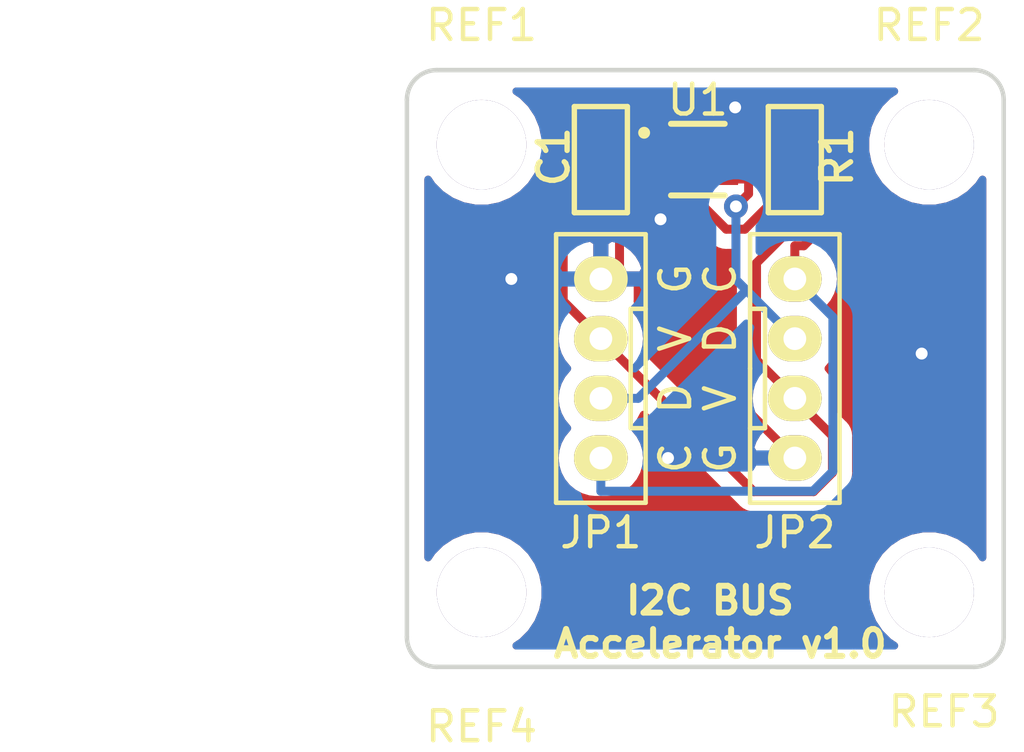
<source format=kicad_pcb>
(kicad_pcb (version 20171130) (host pcbnew "(5.1.2)-1")

  (general
    (thickness 1.6)
    (drawings 10)
    (tracks 80)
    (zones 0)
    (modules 9)
    (nets 6)
  )

  (page A4)
  (title_block
    (title "I2C BUS Accelerator")
    (date 2021-08-30)
    (rev v1.0)
    (company Crescent)
  )

  (layers
    (0 F.Cu signal)
    (31 B.Cu signal)
    (32 B.Adhes user)
    (33 F.Adhes user)
    (34 B.Paste user)
    (35 F.Paste user)
    (36 B.SilkS user)
    (37 F.SilkS user)
    (38 B.Mask user)
    (39 F.Mask user)
    (40 Dwgs.User user)
    (41 Cmts.User user)
    (42 Eco1.User user)
    (43 Eco2.User user)
    (44 Edge.Cuts user)
    (45 Margin user)
    (46 B.CrtYd user)
    (47 F.CrtYd user)
    (48 B.Fab user)
    (49 F.Fab user)
  )

  (setup
    (last_trace_width 0.3)
    (trace_clearance 0.2)
    (zone_clearance 0.508)
    (zone_45_only no)
    (trace_min 0.2)
    (via_size 0.8)
    (via_drill 0.4)
    (via_min_size 0.8)
    (via_min_drill 0.3)
    (uvia_size 0.3)
    (uvia_drill 0.1)
    (uvias_allowed no)
    (uvia_min_size 0.2)
    (uvia_min_drill 0.1)
    (edge_width 0.15)
    (segment_width 0.2)
    (pcb_text_width 0.3)
    (pcb_text_size 1.5 1.5)
    (mod_edge_width 0.15)
    (mod_text_size 1 1)
    (mod_text_width 0.15)
    (pad_size 1.524 1.524)
    (pad_drill 0.762)
    (pad_to_mask_clearance 0.2)
    (aux_axis_origin 0 0)
    (visible_elements 7FFFFF7F)
    (pcbplotparams
      (layerselection 0x010fc_ffffffff)
      (usegerberextensions true)
      (usegerberattributes false)
      (usegerberadvancedattributes false)
      (creategerberjobfile false)
      (excludeedgelayer true)
      (linewidth 0.050000)
      (plotframeref false)
      (viasonmask false)
      (mode 1)
      (useauxorigin false)
      (hpglpennumber 1)
      (hpglpenspeed 20)
      (hpglpendiameter 15.000000)
      (psnegative false)
      (psa4output false)
      (plotreference true)
      (plotvalue true)
      (plotinvisibletext false)
      (padsonsilk false)
      (subtractmaskfromsilk false)
      (outputformat 1)
      (mirror false)
      (drillshape 0)
      (scaleselection 1)
      (outputdirectory "GERBER/"))
  )

  (net 0 "")
  (net 1 /3.3V)
  (net 2 /GND)
  (net 3 /SCL0)
  (net 4 /SDA0)
  (net 5 "Net-(R1-Pad2)")

  (net_class Default "これは標準のネット クラスです。"
    (clearance 0.2)
    (trace_width 0.3)
    (via_dia 0.8)
    (via_drill 0.4)
    (uvia_dia 0.3)
    (uvia_drill 0.1)
    (add_net /3.3V)
    (add_net /GND)
    (add_net /SCL0)
    (add_net /SDA0)
    (add_net "Net-(R1-Pad2)")
  )

  (module Mounting_Holes:MountingHole_3mm (layer F.Cu) (tedit 5AE974ED) (tstamp 5AEB1828)
    (at 181.5 117.5)
    (descr "Mounting hole, Befestigungsbohrung, 3mm, No Annular, Kein Restring,")
    (tags "Mounting hole, Befestigungsbohrung, 3mm, No Annular, Kein Restring,")
    (fp_text reference REF4 (at 0 4.5) (layer F.SilkS)
      (effects (font (size 1 1) (thickness 0.15)))
    )
    (fp_text value MountingHole_3mm (at 1.00076 5.00126) (layer F.Fab) hide
      (effects (font (size 1 1) (thickness 0.15)))
    )
    (fp_circle (center 0 0) (end 3 0) (layer Cmts.User) (width 0.381))
    (pad 1 thru_hole circle (at 0 0) (size 3 3) (drill 3) (layers))
  )

  (module Mounting_Holes:MountingHole_3mm (layer F.Cu) (tedit 5AE974EA) (tstamp 5AEB1823)
    (at 196.5 117.5)
    (descr "Mounting hole, Befestigungsbohrung, 3mm, No Annular, Kein Restring,")
    (tags "Mounting hole, Befestigungsbohrung, 3mm, No Annular, Kein Restring,")
    (fp_text reference REF3 (at 0.5 4) (layer F.SilkS)
      (effects (font (size 1 1) (thickness 0.15)))
    )
    (fp_text value MountingHole_3mm (at 1.00076 5.00126) (layer F.Fab) hide
      (effects (font (size 1 1) (thickness 0.15)))
    )
    (fp_circle (center 0 0) (end 3 0) (layer Cmts.User) (width 0.381))
    (pad 1 thru_hole circle (at 0 0) (size 3 3) (drill 3) (layers))
  )

  (module Mounting_Holes:MountingHole_3mm (layer F.Cu) (tedit 5AE974F2) (tstamp 5AEB181E)
    (at 196.5 102.5)
    (descr "Mounting hole, Befestigungsbohrung, 3mm, No Annular, Kein Restring,")
    (tags "Mounting hole, Befestigungsbohrung, 3mm, No Annular, Kein Restring,")
    (fp_text reference REF2 (at 0 -4.0005) (layer F.SilkS)
      (effects (font (size 1 1) (thickness 0.15)))
    )
    (fp_text value MountingHole_3mm (at 1.00076 5.00126) (layer F.Fab) hide
      (effects (font (size 1 1) (thickness 0.15)))
    )
    (fp_circle (center 0 0) (end 3 0) (layer Cmts.User) (width 0.381))
    (pad 1 thru_hole circle (at 0 0) (size 3 3) (drill 3) (layers))
  )

  (module smt:C-0603 (layer F.Cu) (tedit 5AE9745C) (tstamp 5AD52010)
    (at 185.5 103 270)
    (descr "0603 (1608 metric)")
    (tags "smt 0603")
    (path /5AD4C6F4)
    (attr smd)
    (fp_text reference C1 (at 1 1 270) (layer F.SilkS)
      (effects (font (size 1 1) (thickness 0.18)) (justify left bottom))
    )
    (fp_text value 0.1u (at 0 2.032 270) (layer F.SilkS) hide
      (effects (font (size 1 1) (thickness 0.18)))
    )
    (fp_line (start -0.762 -0.381) (end 0.762 -0.381) (layer Dwgs.User) (width 0.05))
    (fp_line (start 0.762 -0.381) (end 0.762 0.381) (layer Dwgs.User) (width 0.05))
    (fp_line (start 0.762 0.381) (end -0.762 0.381) (layer Dwgs.User) (width 0.05))
    (fp_line (start -0.762 0.381) (end -0.762 -0.381) (layer Dwgs.User) (width 0.05))
    (fp_line (start -1.778 -0.889) (end 1.778 -0.889) (layer F.CrtYd) (width 0.05))
    (fp_line (start 1.778 -0.889) (end 1.778 0.889) (layer F.CrtYd) (width 0.05))
    (fp_line (start 1.778 0.889) (end -1.778 0.889) (layer F.CrtYd) (width 0.05))
    (fp_line (start -1.778 0.889) (end -1.778 -0.889) (layer F.CrtYd) (width 0.05))
    (fp_line (start -1.778 -0.889) (end 1.778 -0.889) (layer F.SilkS) (width 0.18))
    (fp_line (start 1.778 -0.889) (end 1.778 0.889) (layer F.SilkS) (width 0.18))
    (fp_line (start 1.778 0.889) (end -1.778 0.889) (layer F.SilkS) (width 0.18))
    (fp_line (start -1.778 0.889) (end -1.778 -0.889) (layer F.SilkS) (width 0.18))
    (pad 1 smd rect (at -0.85 0 270) (size 1.1 1) (layers F.Cu F.Paste F.Mask)
      (net 1 /3.3V))
    (pad 2 smd rect (at 0.85 0 270) (size 1.1 1) (layers F.Cu F.Paste F.Mask)
      (net 2 /GND))
    (model smt.pretty/C-0603.wrl
      (at (xyz 0 0 0))
      (scale (xyz 1 1 0.8))
      (rotate (xyz 0 0 0))
    )
  )

  (module GroveCon:GROVE (layer F.Cu) (tedit 5AE973E8) (tstamp 5AD52018)
    (at 185.5 113 90)
    (path /5AD4C1DC)
    (fp_text reference JP1 (at -2.5 0 180) (layer F.SilkS)
      (effects (font (size 1 1) (thickness 0.15)))
    )
    (fp_text value PINHD-1X4 (at 0.5 -3 90) (layer F.Fab) hide
      (effects (font (size 1 1) (thickness 0.15)))
    )
    (fp_text user C (at 0 2.5 90) (layer F.SilkS)
      (effects (font (size 1 1) (thickness 0.15)))
    )
    (fp_text user D (at 2 2.5 90) (layer F.SilkS)
      (effects (font (size 1 1) (thickness 0.15)))
    )
    (fp_text user V (at 4 2.5 90) (layer F.SilkS)
      (effects (font (size 1 1) (thickness 0.15)))
    )
    (fp_text user G (at 6 2.5 90) (layer F.SilkS)
      (effects (font (size 1 1) (thickness 0.15)))
    )
    (fp_line (start 5 1.5) (end 5 1) (layer F.SilkS) (width 0.15))
    (fp_line (start 5 1) (end 1 1) (layer F.SilkS) (width 0.15))
    (fp_line (start 1 1) (end 1 1.5) (layer F.SilkS) (width 0.15))
    (fp_line (start 3 1.5) (end -1.5 1.5) (layer F.SilkS) (width 0.15))
    (fp_line (start -1.5 1.5) (end -1.5 -1.5) (layer F.SilkS) (width 0.15))
    (fp_line (start -1.5 -1.5) (end 7.5 -1.5) (layer F.SilkS) (width 0.15))
    (fp_line (start 7.5 -1.5) (end 7.5 1.5) (layer F.SilkS) (width 0.15))
    (fp_line (start 7.5 1.5) (end 3 1.5) (layer F.SilkS) (width 0.15))
    (pad 1 thru_hole oval (at 0 0 90) (size 1.524 1.8) (drill 0.762) (layers *.Cu *.Paste *.Mask F.SilkS)
      (net 3 /SCL0))
    (pad 2 thru_hole oval (at 2 0 90) (size 1.524 1.8) (drill 0.762) (layers *.Cu *.Paste *.Mask F.SilkS)
      (net 4 /SDA0))
    (pad 3 thru_hole oval (at 4 0 90) (size 1.524 1.8) (drill 0.762) (layers *.Cu *.Paste *.Mask F.SilkS)
      (net 1 /3.3V))
    (pad 4 thru_hole oval (at 6 0 90) (size 1.524 1.8) (drill 0.762) (layers *.Cu *.Paste *.Mask F.SilkS)
      (net 2 /GND))
  )

  (module GroveCon:GROVE (layer F.Cu) (tedit 5AE973EE) (tstamp 5AD52020)
    (at 192 107 270)
    (path /5AD4C208)
    (fp_text reference JP2 (at 8.5 0) (layer F.SilkS)
      (effects (font (size 1 1) (thickness 0.15)))
    )
    (fp_text value PINHD-1X4 (at 0.5 -3 270) (layer F.Fab) hide
      (effects (font (size 1 1) (thickness 0.15)))
    )
    (fp_text user C (at 0 2.5 270) (layer F.SilkS)
      (effects (font (size 1 1) (thickness 0.15)))
    )
    (fp_text user D (at 2 2.5 270) (layer F.SilkS)
      (effects (font (size 1 1) (thickness 0.15)))
    )
    (fp_text user V (at 4 2.5 270) (layer F.SilkS)
      (effects (font (size 1 1) (thickness 0.15)))
    )
    (fp_text user G (at 6 2.5 270) (layer F.SilkS)
      (effects (font (size 1 1) (thickness 0.15)))
    )
    (fp_line (start 5 1.5) (end 5 1) (layer F.SilkS) (width 0.15))
    (fp_line (start 5 1) (end 1 1) (layer F.SilkS) (width 0.15))
    (fp_line (start 1 1) (end 1 1.5) (layer F.SilkS) (width 0.15))
    (fp_line (start 3 1.5) (end -1.5 1.5) (layer F.SilkS) (width 0.15))
    (fp_line (start -1.5 1.5) (end -1.5 -1.5) (layer F.SilkS) (width 0.15))
    (fp_line (start -1.5 -1.5) (end 7.5 -1.5) (layer F.SilkS) (width 0.15))
    (fp_line (start 7.5 -1.5) (end 7.5 1.5) (layer F.SilkS) (width 0.15))
    (fp_line (start 7.5 1.5) (end 3 1.5) (layer F.SilkS) (width 0.15))
    (pad 1 thru_hole oval (at 0 0 270) (size 1.524 1.8) (drill 0.762) (layers *.Cu *.Paste *.Mask F.SilkS)
      (net 3 /SCL0))
    (pad 2 thru_hole oval (at 2 0 270) (size 1.524 1.8) (drill 0.762) (layers *.Cu *.Paste *.Mask F.SilkS)
      (net 4 /SDA0))
    (pad 3 thru_hole oval (at 4 0 270) (size 1.524 1.8) (drill 0.762) (layers *.Cu *.Paste *.Mask F.SilkS)
      (net 1 /3.3V))
    (pad 4 thru_hole oval (at 6 0 270) (size 1.524 1.8) (drill 0.762) (layers *.Cu *.Paste *.Mask F.SilkS)
      (net 2 /GND))
  )

  (module smt:R-0603 (layer F.Cu) (tedit 5AE97460) (tstamp 5AD52026)
    (at 192 103 270)
    (descr "0603 (1608 metric)")
    (tags "smt 0603")
    (path /5AE974F2)
    (attr smd)
    (fp_text reference R1 (at 1 -2 270) (layer F.SilkS)
      (effects (font (size 1 1) (thickness 0.18)) (justify left bottom))
    )
    (fp_text value 10k (at 0 2.032 270) (layer F.SilkS) hide
      (effects (font (size 1 1) (thickness 0.18)))
    )
    (fp_line (start -0.762 -0.381) (end 0.762 -0.381) (layer Dwgs.User) (width 0.05))
    (fp_line (start 0.762 -0.381) (end 0.762 0.381) (layer Dwgs.User) (width 0.05))
    (fp_line (start 0.762 0.381) (end -0.762 0.381) (layer Dwgs.User) (width 0.05))
    (fp_line (start -0.762 0.381) (end -0.762 -0.381) (layer Dwgs.User) (width 0.05))
    (fp_line (start -1.778 -0.889) (end 1.778 -0.889) (layer F.CrtYd) (width 0.05))
    (fp_line (start 1.778 -0.889) (end 1.778 0.889) (layer F.CrtYd) (width 0.05))
    (fp_line (start 1.778 0.889) (end -1.778 0.889) (layer F.CrtYd) (width 0.05))
    (fp_line (start -1.778 0.889) (end -1.778 -0.889) (layer F.CrtYd) (width 0.05))
    (fp_line (start -1.778 -0.889) (end 1.778 -0.889) (layer F.SilkS) (width 0.18))
    (fp_line (start 1.778 -0.889) (end 1.778 0.889) (layer F.SilkS) (width 0.18))
    (fp_line (start 1.778 0.889) (end -1.778 0.889) (layer F.SilkS) (width 0.18))
    (fp_line (start -1.778 0.889) (end -1.778 -0.889) (layer F.SilkS) (width 0.18))
    (pad 1 smd rect (at -0.85 0 270) (size 1.1 1) (layers F.Cu F.Paste F.Mask)
      (net 1 /3.3V))
    (pad 2 smd rect (at 0.85 0 270) (size 1.1 1) (layers F.Cu F.Paste F.Mask)
      (net 5 "Net-(R1-Pad2)"))
    (model smt.pretty/R-0603.wrl
      (at (xyz 0 0 0))
      (scale (xyz 1 1 1))
      (rotate (xyz 0 0 0))
    )
  )

  (module smt-sot:SC70-6L (layer F.Cu) (tedit 5AE97414) (tstamp 5AE97333)
    (at 188.75 103 270)
    (path /5AE972C0)
    (fp_text reference U1 (at -2 0) (layer F.SilkS)
      (effects (font (size 1 1) (thickness 0.15)))
    )
    (fp_text value LTC4311 (at 0.1 -2.7 270) (layer F.Fab) hide
      (effects (font (size 1 1) (thickness 0.15)))
    )
    (fp_text user REF** (at 0 0 270) (layer F.Fab)
      (effects (font (size 0.3 0.3) (thickness 0.075)))
    )
    (fp_line (start -1 0.3) (end -1 -0.625) (layer F.Fab) (width 0.15))
    (fp_line (start 1 0.625) (end -0.6 0.625) (layer F.Fab) (width 0.15))
    (fp_line (start 1 -0.625) (end 1 0.625) (layer F.Fab) (width 0.15))
    (fp_line (start -1 -0.625) (end 1 -0.625) (layer F.Fab) (width 0.15))
    (fp_circle (center -0.9 1.8) (end -0.9 1.9) (layer F.SilkS) (width 0.2))
    (fp_line (start -1.2 -0.9) (end -1.2 0.9) (layer F.SilkS) (width 0.2))
    (fp_line (start 1.2 -0.9) (end 1.2 0.9) (layer F.SilkS) (width 0.2))
    (fp_line (start -0.6 0.625) (end -1 0.3) (layer F.Fab) (width 0.15))
    (pad 1 smd rect (at -0.65 0.925 270) (size 0.4 0.85) (layers F.Cu F.Paste F.Mask)
      (net 1 /3.3V))
    (pad 2 smd rect (at 0 0.925 270) (size 0.4 0.85) (layers F.Cu F.Paste F.Mask)
      (net 2 /GND))
    (pad 3 smd rect (at 0.65 0.925 270) (size 0.4 0.85) (layers F.Cu F.Paste F.Mask)
      (net 5 "Net-(R1-Pad2)"))
    (pad 5 smd rect (at 0 -0.925 270) (size 0.4 0.85) (layers F.Cu F.Paste F.Mask)
      (net 2 /GND))
    (pad 4 smd rect (at 0.65 -0.925 270) (size 0.4 0.85) (layers F.Cu F.Paste F.Mask)
      (net 4 /SDA0))
    (pad 6 smd rect (at -0.65 -0.925 270) (size 0.4 0.85) (layers F.Cu F.Paste F.Mask)
      (net 3 /SCL0))
  )

  (module Mounting_Holes:MountingHole_3mm (layer F.Cu) (tedit 5AE974F5) (tstamp 5AE97527)
    (at 181.5 102.5)
    (descr "Mounting hole, Befestigungsbohrung, 3mm, No Annular, Kein Restring,")
    (tags "Mounting hole, Befestigungsbohrung, 3mm, No Annular, Kein Restring,")
    (fp_text reference REF1 (at 0 -4.0005) (layer F.SilkS)
      (effects (font (size 1 1) (thickness 0.15)))
    )
    (fp_text value MountingHole_3mm (at 1.00076 5.00126) (layer F.Fab) hide
      (effects (font (size 1 1) (thickness 0.15)))
    )
    (fp_circle (center 0 0) (end 3 0) (layer Cmts.User) (width 0.381))
    (pad 1 thru_hole circle (at 0 0) (size 3 3) (drill 3) (layers))
  )

  (dimension 20 (width 0.3) (layer Eco2.User)
    (gr_text "20.000 mm" (at 171.65 110 270) (layer Eco2.User)
      (effects (font (size 1.5 1.5) (thickness 0.3)))
    )
    (feature1 (pts (xy 181 120) (xy 170.3 120)))
    (feature2 (pts (xy 181 100) (xy 170.3 100)))
    (crossbar (pts (xy 173 100) (xy 173 120)))
    (arrow1a (pts (xy 173 120) (xy 172.413579 118.873496)))
    (arrow1b (pts (xy 173 120) (xy 173.586421 118.873496)))
    (arrow2a (pts (xy 173 100) (xy 172.413579 101.126504)))
    (arrow2b (pts (xy 173 100) (xy 173.586421 101.126504)))
  )
  (gr_text "I2C BUS \nAccelerator v1.0" (at 189.5 118.5) (layer F.SilkS)
    (effects (font (size 0.9 0.9) (thickness 0.2)))
  )
  (gr_line (start 198 120) (end 180 120) (angle 90) (layer Edge.Cuts) (width 0.15))
  (gr_arc (start 180 119) (end 180 120) (angle 90) (layer Edge.Cuts) (width 0.15))
  (gr_line (start 179 101) (end 179 119) (angle 90) (layer Edge.Cuts) (width 0.15))
  (gr_arc (start 198 119) (end 199 119) (angle 90) (layer Edge.Cuts) (width 0.15))
  (gr_line (start 199 101) (end 199 119) (angle 90) (layer Edge.Cuts) (width 0.15))
  (gr_arc (start 180 101) (end 179 101) (angle 90) (layer Edge.Cuts) (width 0.15))
  (gr_arc (start 198 101) (end 198 100) (angle 90) (layer Edge.Cuts) (width 0.15))
  (gr_line (start 180 100) (end 198 100) (angle 90) (layer Edge.Cuts) (width 0.15))

  (segment (start 185.5 102.15) (end 186.3503 102.15) (width 0.3) (layer F.Cu) (net 1))
  (segment (start 185.5 102.15) (end 184.6497 102.15) (width 0.3) (layer F.Cu) (net 1))
  (segment (start 192.8503 104.5952) (end 192.8503 102.15) (width 0.3) (layer F.Cu) (net 1))
  (segment (start 192.4317 105.0138) (end 192.8503 104.5952) (width 0.3) (layer F.Cu) (net 1))
  (segment (start 192.1662 105.0138) (end 192.4317 105.0138) (width 0.3) (layer F.Cu) (net 1))
  (segment (start 190.717 106.463) (end 192.1662 105.0138) (width 0.3) (layer F.Cu) (net 1))
  (segment (start 190.717 109.717) (end 190.717 106.463) (width 0.3) (layer F.Cu) (net 1))
  (segment (start 192 111) (end 190.717 109.717) (width 0.3) (layer F.Cu) (net 1))
  (segment (start 192 102.15) (end 192.8503 102.15) (width 0.3) (layer F.Cu) (net 1))
  (segment (start 186.5503 102.35) (end 186.3503 102.15) (width 0.3) (layer F.Cu) (net 1))
  (segment (start 187.825 102.35) (end 186.5503 102.35) (width 0.3) (layer F.Cu) (net 1))
  (segment (start 184.2376 107.7376) (end 185.5 109) (width 0.3) (layer F.Cu) (net 1))
  (segment (start 184.2376 102.5621) (end 184.2376 107.7376) (width 0.3) (layer F.Cu) (net 1))
  (segment (start 184.6497 102.15) (end 184.2376 102.5621) (width 0.3) (layer F.Cu) (net 1))
  (segment (start 193.2596 112.2596) (end 192 111) (width 0.3) (layer F.Cu) (net 1))
  (segment (start 193.2596 113.4933) (end 193.2596 112.2596) (width 0.3) (layer F.Cu) (net 1))
  (segment (start 192.6252 114.1277) (end 193.2596 113.4933) (width 0.3) (layer F.Cu) (net 1))
  (segment (start 190.6277 114.1277) (end 192.6252 114.1277) (width 0.3) (layer F.Cu) (net 1))
  (segment (start 185.5 109) (end 190.6277 114.1277) (width 0.3) (layer F.Cu) (net 1))
  (segment (start 187.75 113) (end 187.75 116.25) (width 0.3) (layer F.Cu) (net 2))
  (via (at 187.75 113) (size 0.8) (drill 0.4) (layers F.Cu B.Cu) (net 2))
  (segment (start 192 113) (end 187.75 113) (width 0.3) (layer B.Cu) (net 2))
  (via (at 196.25 109.5) (size 0.8) (drill 0.4) (layers F.Cu B.Cu) (net 2))
  (segment (start 196.25 112.75) (end 196.25 109.5) (width 0.3) (layer F.Cu) (net 2) (tstamp 5AE9769C))
  (segment (start 193.25 115.75) (end 196.25 112.75) (width 0.3) (layer F.Cu) (net 2) (tstamp 5AE9769B))
  (segment (start 192.5 115.75) (end 193.25 115.75) (width 0.3) (layer F.Cu) (net 2) (tstamp 5AE97699))
  (segment (start 192.25 115.5) (end 192.5 115.75) (width 0.3) (layer F.Cu) (net 2) (tstamp 5AE97697))
  (segment (start 188.5 115.5) (end 192.25 115.5) (width 0.3) (layer F.Cu) (net 2) (tstamp 5AE97696))
  (segment (start 187.75 116.25) (end 188.5 115.5) (width 0.3) (layer F.Cu) (net 2) (tstamp 5AE97695))
  (segment (start 185.5 103.85) (end 186.65 103.85) (width 0.3) (layer F.Cu) (net 2))
  (via (at 187.5 105) (size 0.8) (drill 0.4) (layers F.Cu B.Cu) (net 2))
  (segment (start 187.5 104.7) (end 187.5 105) (width 0.3) (layer F.Cu) (net 2) (tstamp 5AE9767D))
  (segment (start 186.65 103.85) (end 187.5 104.7) (width 0.3) (layer F.Cu) (net 2) (tstamp 5AE9767C))
  (segment (start 188.75 103) (end 188.75 101.25) (width 0.3) (layer F.Cu) (net 2))
  (via (at 190 101.25) (size 0.8) (drill 0.4) (layers F.Cu B.Cu) (net 2))
  (segment (start 188.75 101.25) (end 190 101.25) (width 0.3) (layer F.Cu) (net 2) (tstamp 5AE97650))
  (segment (start 185.5 107) (end 182.5 107) (width 0.3) (layer B.Cu) (net 2))
  (via (at 182.5 107) (size 0.8) (drill 0.4) (layers F.Cu B.Cu) (net 2))
  (segment (start 189.675 103) (end 188.75 103) (width 0.3) (layer F.Cu) (net 2))
  (segment (start 188.75 103) (end 187.825 103) (width 0.3) (layer F.Cu) (net 2) (tstamp 5AE9764E))
  (segment (start 187.0497 103.1506) (end 186.3503 103.85) (width 0.3) (layer F.Cu) (net 2))
  (segment (start 187.0497 103) (end 187.0497 103.1506) (width 0.3) (layer F.Cu) (net 2))
  (segment (start 187.825 103) (end 187.0497 103) (width 0.3) (layer F.Cu) (net 2))
  (segment (start 186.7503 107.7503) (end 186.7503 107) (width 0.3) (layer F.Cu) (net 2))
  (segment (start 192 113) (end 186.7503 107.7503) (width 0.3) (layer F.Cu) (net 2))
  (segment (start 186.1252 107) (end 186.1252 103.85) (width 0.3) (layer F.Cu) (net 2))
  (segment (start 185.5 107) (end 186.1252 107) (width 0.3) (layer F.Cu) (net 2))
  (segment (start 186.1252 107) (end 186.7503 107) (width 0.3) (layer F.Cu) (net 2))
  (segment (start 185.5 103.85) (end 186.1252 103.85) (width 0.3) (layer F.Cu) (net 2))
  (segment (start 186.1252 103.85) (end 186.3503 103.85) (width 0.3) (layer F.Cu) (net 2))
  (segment (start 192.6054 114.1123) (end 185.5 114.1123) (width 0.3) (layer B.Cu) (net 3))
  (segment (start 193.2753 113.4424) (end 192.6054 114.1123) (width 0.3) (layer B.Cu) (net 3))
  (segment (start 193.2753 108.2753) (end 193.2753 113.4424) (width 0.3) (layer B.Cu) (net 3))
  (segment (start 192 107) (end 193.2753 108.2753) (width 0.3) (layer B.Cu) (net 3))
  (segment (start 185.5 113) (end 185.5 114.1123) (width 0.3) (layer B.Cu) (net 3))
  (segment (start 192.2995 105.8877) (end 192 105.8877) (width 0.3) (layer F.Cu) (net 3))
  (segment (start 193.3884 104.7988) (end 192.2995 105.8877) (width 0.3) (layer F.Cu) (net 3))
  (segment (start 193.3884 101.9311) (end 193.3884 104.7988) (width 0.3) (layer F.Cu) (net 3))
  (segment (start 192.7069 101.2496) (end 193.3884 101.9311) (width 0.3) (layer F.Cu) (net 3))
  (segment (start 191.2755 101.2496) (end 192.7069 101.2496) (width 0.3) (layer F.Cu) (net 3))
  (segment (start 190.4503 102.0748) (end 191.2755 101.2496) (width 0.3) (layer F.Cu) (net 3))
  (segment (start 190.4503 102.35) (end 190.4503 102.0748) (width 0.3) (layer F.Cu) (net 3))
  (segment (start 189.675 102.35) (end 190.4503 102.35) (width 0.3) (layer F.Cu) (net 3))
  (segment (start 192 107) (end 192 105.8877) (width 0.3) (layer F.Cu) (net 3))
  (via (at 190.026 104.5682) (size 0.8) (layers F.Cu B.Cu) (net 4))
  (segment (start 190.4503 104.1439) (end 190.026 104.5682) (width 0.3) (layer F.Cu) (net 4))
  (segment (start 190.4503 103.65) (end 190.4503 104.1439) (width 0.3) (layer F.Cu) (net 4))
  (segment (start 189.675 103.65) (end 190.4503 103.65) (width 0.3) (layer F.Cu) (net 4))
  (segment (start 185.5 111) (end 186.7503 111) (width 0.3) (layer B.Cu) (net 4))
  (segment (start 190.3752 107.3751) (end 186.7503 111) (width 0.3) (layer B.Cu) (net 4))
  (segment (start 192 109) (end 190.3752 107.3751) (width 0.3) (layer B.Cu) (net 4))
  (segment (start 190.026 107.026) (end 190.026 104.5682) (width 0.3) (layer B.Cu) (net 4))
  (segment (start 190.3752 107.3751) (end 190.026 107.026) (width 0.3) (layer B.Cu) (net 4))
  (segment (start 191.1497 104.509) (end 191.1497 103.85) (width 0.3) (layer F.Cu) (net 5))
  (segment (start 190.3261 105.3326) (end 191.1497 104.509) (width 0.3) (layer F.Cu) (net 5))
  (segment (start 189.7014 105.3326) (end 190.3261 105.3326) (width 0.3) (layer F.Cu) (net 5))
  (segment (start 188.6003 104.2315) (end 189.7014 105.3326) (width 0.3) (layer F.Cu) (net 5))
  (segment (start 188.6003 103.65) (end 188.6003 104.2315) (width 0.3) (layer F.Cu) (net 5))
  (segment (start 187.825 103.65) (end 188.6003 103.65) (width 0.3) (layer F.Cu) (net 5))
  (segment (start 192 103.85) (end 191.1497 103.85) (width 0.3) (layer F.Cu) (net 5))

  (zone (net 2) (net_name /GND) (layer B.Cu) (tstamp 5AE975FF) (hatch edge 0.508)
    (connect_pads (clearance 0.508))
    (min_thickness 0.254)
    (fill yes (arc_segments 16) (thermal_gap 0.508) (thermal_bridge_width 0.508))
    (polygon
      (pts
        (xy 199 120) (xy 179 120) (xy 179 100) (xy 199 100)
      )
    )
    (filled_polygon
      (pts
        (xy 195.139017 100.841637) (xy 194.841637 101.139017) (xy 194.607988 101.488698) (xy 194.447047 101.877244) (xy 194.365 102.289721)
        (xy 194.365 102.710279) (xy 194.447047 103.122756) (xy 194.607988 103.511302) (xy 194.841637 103.860983) (xy 195.139017 104.158363)
        (xy 195.488698 104.392012) (xy 195.877244 104.552953) (xy 196.289721 104.635) (xy 196.710279 104.635) (xy 197.122756 104.552953)
        (xy 197.511302 104.392012) (xy 197.860983 104.158363) (xy 198.158363 103.860983) (xy 198.29 103.663974) (xy 198.290001 116.336027)
        (xy 198.158363 116.139017) (xy 197.860983 115.841637) (xy 197.511302 115.607988) (xy 197.122756 115.447047) (xy 196.710279 115.365)
        (xy 196.289721 115.365) (xy 195.877244 115.447047) (xy 195.488698 115.607988) (xy 195.139017 115.841637) (xy 194.841637 116.139017)
        (xy 194.607988 116.488698) (xy 194.447047 116.877244) (xy 194.365 117.289721) (xy 194.365 117.710279) (xy 194.447047 118.122756)
        (xy 194.607988 118.511302) (xy 194.841637 118.860983) (xy 195.139017 119.158363) (xy 195.336026 119.29) (xy 182.663974 119.29)
        (xy 182.860983 119.158363) (xy 183.158363 118.860983) (xy 183.392012 118.511302) (xy 183.552953 118.122756) (xy 183.635 117.710279)
        (xy 183.635 117.289721) (xy 183.552953 116.877244) (xy 183.392012 116.488698) (xy 183.158363 116.139017) (xy 182.860983 115.841637)
        (xy 182.511302 115.607988) (xy 182.122756 115.447047) (xy 181.710279 115.365) (xy 181.289721 115.365) (xy 180.877244 115.447047)
        (xy 180.488698 115.607988) (xy 180.139017 115.841637) (xy 179.841637 116.139017) (xy 179.71 116.336026) (xy 179.71 109)
        (xy 183.958241 109) (xy 183.985214 109.27386) (xy 184.065096 109.537195) (xy 184.194817 109.779887) (xy 184.369392 109.992608)
        (xy 184.378399 110) (xy 184.369392 110.007392) (xy 184.194817 110.220113) (xy 184.065096 110.462805) (xy 183.985214 110.72614)
        (xy 183.958241 111) (xy 183.985214 111.27386) (xy 184.065096 111.537195) (xy 184.194817 111.779887) (xy 184.369392 111.992608)
        (xy 184.378399 112) (xy 184.369392 112.007392) (xy 184.194817 112.220113) (xy 184.065096 112.462805) (xy 183.985214 112.72614)
        (xy 183.958241 113) (xy 183.985214 113.27386) (xy 184.065096 113.537195) (xy 184.194817 113.779887) (xy 184.369392 113.992608)
        (xy 184.582113 114.167183) (xy 184.724082 114.243067) (xy 184.726359 114.266187) (xy 184.771246 114.41416) (xy 184.844138 114.550533)
        (xy 184.942236 114.670064) (xy 185.061767 114.768162) (xy 185.19814 114.841054) (xy 185.346113 114.885941) (xy 185.461439 114.8973)
        (xy 185.46144 114.8973) (xy 185.5 114.901098) (xy 185.538561 114.8973) (xy 192.566847 114.8973) (xy 192.6054 114.901097)
        (xy 192.643953 114.8973) (xy 192.643961 114.8973) (xy 192.759287 114.885941) (xy 192.90726 114.841054) (xy 193.043633 114.768162)
        (xy 193.163164 114.670064) (xy 193.187747 114.64011) (xy 193.80311 114.024747) (xy 193.833064 114.000164) (xy 193.931162 113.880633)
        (xy 194.004054 113.74426) (xy 194.048942 113.596287) (xy 194.05632 113.521374) (xy 194.0603 113.480961) (xy 194.0603 113.480956)
        (xy 194.064097 113.4424) (xy 194.0603 113.403844) (xy 194.0603 108.313856) (xy 194.064097 108.2753) (xy 194.0603 108.23674)
        (xy 194.0603 108.236739) (xy 194.053449 108.167183) (xy 194.048942 108.121413) (xy 194.004054 107.97344) (xy 193.966356 107.902912)
        (xy 193.931162 107.837067) (xy 193.833064 107.717536) (xy 193.803111 107.692954) (xy 193.48435 107.374193) (xy 193.514786 107.27386)
        (xy 193.541759 107) (xy 193.514786 106.72614) (xy 193.434904 106.462805) (xy 193.305183 106.220113) (xy 193.130608 106.007392)
        (xy 192.917887 105.832817) (xy 192.675195 105.703096) (xy 192.41186 105.623214) (xy 192.206625 105.603) (xy 191.793375 105.603)
        (xy 191.58814 105.623214) (xy 191.324805 105.703096) (xy 191.082113 105.832817) (xy 190.869392 106.007392) (xy 190.811 106.078543)
        (xy 190.811 105.246911) (xy 190.829937 105.227974) (xy 190.943205 105.058456) (xy 191.021226 104.870098) (xy 191.061 104.670139)
        (xy 191.061 104.466261) (xy 191.021226 104.266302) (xy 190.943205 104.077944) (xy 190.829937 103.908426) (xy 190.685774 103.764263)
        (xy 190.516256 103.650995) (xy 190.327898 103.572974) (xy 190.127939 103.5332) (xy 189.924061 103.5332) (xy 189.724102 103.572974)
        (xy 189.535744 103.650995) (xy 189.366226 103.764263) (xy 189.222063 103.908426) (xy 189.108795 104.077944) (xy 189.030774 104.266302)
        (xy 188.991 104.466261) (xy 188.991 104.670139) (xy 189.030774 104.870098) (xy 189.108795 105.058456) (xy 189.222063 105.227974)
        (xy 189.241001 105.246912) (xy 189.241 106.9875) (xy 189.237203 107.026112) (xy 189.244436 107.099447) (xy 189.252359 107.179886)
        (xy 189.252375 107.17994) (xy 189.252381 107.179997) (xy 189.274386 107.252498) (xy 189.297246 107.327859) (xy 189.297274 107.327912)
        (xy 189.29729 107.327964) (xy 189.302477 107.337666) (xy 186.631574 110.008569) (xy 186.630608 110.007392) (xy 186.621601 110)
        (xy 186.630608 109.992608) (xy 186.805183 109.779887) (xy 186.934904 109.537195) (xy 187.014786 109.27386) (xy 187.041759 109)
        (xy 187.014786 108.72614) (xy 186.934904 108.462805) (xy 186.805183 108.220113) (xy 186.630608 108.007392) (xy 186.614337 107.994039)
        (xy 186.762135 107.83033) (xy 186.902524 107.595068) (xy 186.99222 107.34307) (xy 186.86972 107.127) (xy 185.627 107.127)
        (xy 185.627 107.147) (xy 185.373 107.147) (xy 185.373 107.127) (xy 184.13028 107.127) (xy 184.00778 107.34307)
        (xy 184.097476 107.595068) (xy 184.237865 107.83033) (xy 184.385663 107.994039) (xy 184.369392 108.007392) (xy 184.194817 108.220113)
        (xy 184.065096 108.462805) (xy 183.985214 108.72614) (xy 183.958241 109) (xy 179.71 109) (xy 179.71 106.65693)
        (xy 184.00778 106.65693) (xy 184.13028 106.873) (xy 185.373 106.873) (xy 185.373 105.761251) (xy 185.627 105.761251)
        (xy 185.627 106.873) (xy 186.86972 106.873) (xy 186.99222 106.65693) (xy 186.902524 106.404932) (xy 186.762135 106.16967)
        (xy 186.578546 105.966317) (xy 186.358812 105.802688) (xy 186.111378 105.685071) (xy 185.845752 105.617986) (xy 185.627 105.761251)
        (xy 185.373 105.761251) (xy 185.154248 105.617986) (xy 184.888622 105.685071) (xy 184.641188 105.802688) (xy 184.421454 105.966317)
        (xy 184.237865 106.16967) (xy 184.097476 106.404932) (xy 184.00778 106.65693) (xy 179.71 106.65693) (xy 179.71 103.663974)
        (xy 179.841637 103.860983) (xy 180.139017 104.158363) (xy 180.488698 104.392012) (xy 180.877244 104.552953) (xy 181.289721 104.635)
        (xy 181.710279 104.635) (xy 182.122756 104.552953) (xy 182.511302 104.392012) (xy 182.860983 104.158363) (xy 183.158363 103.860983)
        (xy 183.392012 103.511302) (xy 183.552953 103.122756) (xy 183.635 102.710279) (xy 183.635 102.289721) (xy 183.552953 101.877244)
        (xy 183.392012 101.488698) (xy 183.158363 101.139017) (xy 182.860983 100.841637) (xy 182.663974 100.71) (xy 195.336026 100.71)
      )
    )
    (filled_polygon
      (pts
        (xy 190.515663 108.625763) (xy 190.485214 108.72614) (xy 190.458241 109) (xy 190.485214 109.27386) (xy 190.565096 109.537195)
        (xy 190.694817 109.779887) (xy 190.869392 109.992608) (xy 190.878399 110) (xy 190.869392 110.007392) (xy 190.694817 110.220113)
        (xy 190.565096 110.462805) (xy 190.485214 110.72614) (xy 190.458241 111) (xy 190.485214 111.27386) (xy 190.565096 111.537195)
        (xy 190.694817 111.779887) (xy 190.869392 111.992608) (xy 190.885663 112.005961) (xy 190.737865 112.16967) (xy 190.597476 112.404932)
        (xy 190.50778 112.65693) (xy 190.63028 112.873) (xy 191.873 112.873) (xy 191.873 112.853) (xy 192.127 112.853)
        (xy 192.127 112.873) (xy 192.147 112.873) (xy 192.147 113.127) (xy 192.127 113.127) (xy 192.127 113.147)
        (xy 191.873 113.147) (xy 191.873 113.127) (xy 190.63028 113.127) (xy 190.516721 113.3273) (xy 186.998575 113.3273)
        (xy 187.014786 113.27386) (xy 187.041759 113) (xy 187.014786 112.72614) (xy 186.934904 112.462805) (xy 186.805183 112.220113)
        (xy 186.630608 112.007392) (xy 186.621601 112) (xy 186.630608 111.992608) (xy 186.802053 111.783701) (xy 186.904187 111.773641)
        (xy 187.05216 111.728754) (xy 187.188533 111.655862) (xy 187.308064 111.557764) (xy 187.332647 111.52781) (xy 190.375183 108.485274)
      )
    )
  )
  (zone (net 2) (net_name /GND) (layer F.Cu) (tstamp 5AE97608) (hatch edge 0.508)
    (connect_pads (clearance 0.508))
    (min_thickness 0.254)
    (fill yes (arc_segments 16) (thermal_gap 0.508) (thermal_bridge_width 0.508))
    (polygon
      (pts
        (xy 179 100) (xy 199 100) (xy 199 120) (xy 179 120)
      )
    )
    (filled_polygon
      (pts
        (xy 195.139017 100.841637) (xy 194.841637 101.139017) (xy 194.607988 101.488698) (xy 194.447047 101.877244) (xy 194.365 102.289721)
        (xy 194.365 102.710279) (xy 194.447047 103.122756) (xy 194.607988 103.511302) (xy 194.841637 103.860983) (xy 195.139017 104.158363)
        (xy 195.488698 104.392012) (xy 195.877244 104.552953) (xy 196.289721 104.635) (xy 196.710279 104.635) (xy 197.122756 104.552953)
        (xy 197.511302 104.392012) (xy 197.860983 104.158363) (xy 198.158363 103.860983) (xy 198.29 103.663974) (xy 198.290001 116.336027)
        (xy 198.158363 116.139017) (xy 197.860983 115.841637) (xy 197.511302 115.607988) (xy 197.122756 115.447047) (xy 196.710279 115.365)
        (xy 196.289721 115.365) (xy 195.877244 115.447047) (xy 195.488698 115.607988) (xy 195.139017 115.841637) (xy 194.841637 116.139017)
        (xy 194.607988 116.488698) (xy 194.447047 116.877244) (xy 194.365 117.289721) (xy 194.365 117.710279) (xy 194.447047 118.122756)
        (xy 194.607988 118.511302) (xy 194.841637 118.860983) (xy 195.139017 119.158363) (xy 195.336026 119.29) (xy 182.663974 119.29)
        (xy 182.860983 119.158363) (xy 183.158363 118.860983) (xy 183.392012 118.511302) (xy 183.552953 118.122756) (xy 183.635 117.710279)
        (xy 183.635 117.289721) (xy 183.552953 116.877244) (xy 183.392012 116.488698) (xy 183.158363 116.139017) (xy 182.860983 115.841637)
        (xy 182.511302 115.607988) (xy 182.122756 115.447047) (xy 181.710279 115.365) (xy 181.289721 115.365) (xy 180.877244 115.447047)
        (xy 180.488698 115.607988) (xy 180.139017 115.841637) (xy 179.841637 116.139017) (xy 179.71 116.336026) (xy 179.71 103.663974)
        (xy 179.841637 103.860983) (xy 180.139017 104.158363) (xy 180.488698 104.392012) (xy 180.877244 104.552953) (xy 181.289721 104.635)
        (xy 181.710279 104.635) (xy 182.122756 104.552953) (xy 182.511302 104.392012) (xy 182.860983 104.158363) (xy 183.158363 103.860983)
        (xy 183.392012 103.511302) (xy 183.4526 103.365029) (xy 183.452601 107.699037) (xy 183.448803 107.7376) (xy 183.463959 107.891486)
        (xy 183.508846 108.039459) (xy 183.508847 108.03946) (xy 183.581739 108.175833) (xy 183.599367 108.197312) (xy 183.655255 108.265412)
        (xy 183.655259 108.265416) (xy 183.679837 108.295364) (xy 183.709785 108.319942) (xy 184.01565 108.625807) (xy 183.985214 108.72614)
        (xy 183.958241 109) (xy 183.985214 109.27386) (xy 184.065096 109.537195) (xy 184.194817 109.779887) (xy 184.369392 109.992608)
        (xy 184.378399 110) (xy 184.369392 110.007392) (xy 184.194817 110.220113) (xy 184.065096 110.462805) (xy 183.985214 110.72614)
        (xy 183.958241 111) (xy 183.985214 111.27386) (xy 184.065096 111.537195) (xy 184.194817 111.779887) (xy 184.369392 111.992608)
        (xy 184.378399 112) (xy 184.369392 112.007392) (xy 184.194817 112.220113) (xy 184.065096 112.462805) (xy 183.985214 112.72614)
        (xy 183.958241 113) (xy 183.985214 113.27386) (xy 184.065096 113.537195) (xy 184.194817 113.779887) (xy 184.369392 113.992608)
        (xy 184.582113 114.167183) (xy 184.824805 114.296904) (xy 185.08814 114.376786) (xy 185.293375 114.397) (xy 185.706625 114.397)
        (xy 185.91186 114.376786) (xy 186.175195 114.296904) (xy 186.417887 114.167183) (xy 186.630608 113.992608) (xy 186.805183 113.779887)
        (xy 186.934904 113.537195) (xy 187.014786 113.27386) (xy 187.041759 113) (xy 187.014786 112.72614) (xy 186.934904 112.462805)
        (xy 186.805183 112.220113) (xy 186.630608 112.007392) (xy 186.621601 112) (xy 186.630608 111.992608) (xy 186.805183 111.779887)
        (xy 186.932164 111.542321) (xy 190.045353 114.65551) (xy 190.069936 114.685464) (xy 190.189467 114.783562) (xy 190.32584 114.856454)
        (xy 190.473813 114.901342) (xy 190.548726 114.90872) (xy 190.589139 114.9127) (xy 190.589144 114.9127) (xy 190.6277 114.916497)
        (xy 190.666256 114.9127) (xy 192.586647 114.9127) (xy 192.6252 114.916497) (xy 192.663753 114.9127) (xy 192.663761 114.9127)
        (xy 192.779087 114.901341) (xy 192.92706 114.856454) (xy 193.063433 114.783562) (xy 193.182964 114.685464) (xy 193.207546 114.655511)
        (xy 193.787416 114.075641) (xy 193.817364 114.051064) (xy 193.915462 113.931533) (xy 193.988354 113.79516) (xy 194.033241 113.647187)
        (xy 194.0446 113.531861) (xy 194.0446 113.531854) (xy 194.048397 113.493301) (xy 194.0446 113.454748) (xy 194.0446 112.298152)
        (xy 194.048397 112.259599) (xy 194.0446 112.221046) (xy 194.0446 112.221039) (xy 194.033241 112.105713) (xy 193.988354 111.95774)
        (xy 193.915462 111.821367) (xy 193.817364 111.701836) (xy 193.787415 111.677258) (xy 193.48435 111.374193) (xy 193.514786 111.27386)
        (xy 193.541759 111) (xy 193.514786 110.72614) (xy 193.434904 110.462805) (xy 193.305183 110.220113) (xy 193.130608 110.007392)
        (xy 193.121601 110) (xy 193.130608 109.992608) (xy 193.305183 109.779887) (xy 193.434904 109.537195) (xy 193.514786 109.27386)
        (xy 193.541759 109) (xy 193.514786 108.72614) (xy 193.434904 108.462805) (xy 193.305183 108.220113) (xy 193.130608 108.007392)
        (xy 193.121601 108) (xy 193.130608 107.992608) (xy 193.305183 107.779887) (xy 193.434904 107.537195) (xy 193.514786 107.27386)
        (xy 193.541759 107) (xy 193.514786 106.72614) (xy 193.434904 106.462805) (xy 193.305183 106.220113) (xy 193.202439 106.094918)
        (xy 193.916215 105.381142) (xy 193.946164 105.356564) (xy 193.979735 105.315659) (xy 194.006832 105.282641) (xy 194.044262 105.237033)
        (xy 194.117154 105.10066) (xy 194.139859 105.025812) (xy 194.162041 104.952688) (xy 194.168475 104.887362) (xy 194.1734 104.837361)
        (xy 194.1734 104.837354) (xy 194.177197 104.798801) (xy 194.1734 104.760248) (xy 194.1734 101.969656) (xy 194.177197 101.9311)
        (xy 194.1734 101.89254) (xy 194.1734 101.892539) (xy 194.165011 101.807364) (xy 194.162042 101.777213) (xy 194.117154 101.62924)
        (xy 194.101525 101.6) (xy 194.044262 101.492867) (xy 193.946164 101.373336) (xy 193.916211 101.348754) (xy 193.289247 100.72179)
        (xy 193.279571 100.71) (xy 195.336026 100.71)
      )
    )
    (filled_polygon
      (pts
        (xy 192.127 112.873) (xy 192.147 112.873) (xy 192.147 113.127) (xy 192.127 113.127) (xy 192.127 113.147)
        (xy 191.873 113.147) (xy 191.873 113.127) (xy 191.853 113.127) (xy 191.853 112.873) (xy 191.873 112.873)
        (xy 191.873 112.853) (xy 192.127 112.853)
      )
    )
    (filled_polygon
      (pts
        (xy 186.832968 103.163782) (xy 186.765 103.23175) (xy 186.775217 103.322127) (xy 186.774188 103.325518) (xy 186.761928 103.45)
        (xy 186.761928 103.85) (xy 186.774188 103.974482) (xy 186.810498 104.09418) (xy 186.869463 104.204494) (xy 186.948815 104.301185)
        (xy 187.045506 104.380537) (xy 187.15582 104.439502) (xy 187.275518 104.475812) (xy 187.4 104.488072) (xy 187.857808 104.488072)
        (xy 187.871546 104.53336) (xy 187.944439 104.669733) (xy 187.979078 104.71194) (xy 188.017955 104.759312) (xy 188.017959 104.759316)
        (xy 188.042537 104.789264) (xy 188.072485 104.813842) (xy 189.119053 105.86041) (xy 189.143636 105.890364) (xy 189.263167 105.988462)
        (xy 189.39954 106.061354) (xy 189.547513 106.106242) (xy 189.622426 106.11362) (xy 189.662839 106.1176) (xy 189.662844 106.1176)
        (xy 189.7014 106.121397) (xy 189.739956 106.1176) (xy 190.011519 106.1176) (xy 189.988246 106.161141) (xy 189.943359 106.309114)
        (xy 189.928203 106.463) (xy 189.932001 106.501563) (xy 189.932 109.678447) (xy 189.928203 109.717) (xy 189.932 109.755553)
        (xy 189.932 109.75556) (xy 189.943359 109.870886) (xy 189.988246 110.018859) (xy 190.061138 110.155232) (xy 190.159236 110.274764)
        (xy 190.18919 110.299347) (xy 190.51565 110.625807) (xy 190.485214 110.72614) (xy 190.458241 111) (xy 190.485214 111.27386)
        (xy 190.565096 111.537195) (xy 190.694817 111.779887) (xy 190.869392 111.992608) (xy 190.885663 112.005961) (xy 190.737865 112.16967)
        (xy 190.597476 112.404932) (xy 190.50778 112.65693) (xy 190.630279 112.872998) (xy 190.483155 112.872998) (xy 186.98435 109.374193)
        (xy 187.014786 109.27386) (xy 187.041759 109) (xy 187.014786 108.72614) (xy 186.934904 108.462805) (xy 186.805183 108.220113)
        (xy 186.630608 108.007392) (xy 186.614337 107.994039) (xy 186.762135 107.83033) (xy 186.902524 107.595068) (xy 186.99222 107.34307)
        (xy 186.86972 107.127) (xy 185.627 107.127) (xy 185.627 107.147) (xy 185.373 107.147) (xy 185.373 107.127)
        (xy 185.353 107.127) (xy 185.353 106.873) (xy 185.373 106.873) (xy 185.373 105.761251) (xy 185.627 105.761251)
        (xy 185.627 106.873) (xy 186.86972 106.873) (xy 186.99222 106.65693) (xy 186.902524 106.404932) (xy 186.762135 106.16967)
        (xy 186.578546 105.966317) (xy 186.358812 105.802688) (xy 186.111378 105.685071) (xy 185.845752 105.617986) (xy 185.627 105.761251)
        (xy 185.373 105.761251) (xy 185.154248 105.617986) (xy 185.0226 105.651234) (xy 185.0226 105.037748) (xy 185.21425 105.035)
        (xy 185.373 104.87625) (xy 185.373 103.977) (xy 185.627 103.977) (xy 185.627 104.87625) (xy 185.78575 105.035)
        (xy 186 105.038072) (xy 186.124482 105.025812) (xy 186.24418 104.989502) (xy 186.354494 104.930537) (xy 186.451185 104.851185)
        (xy 186.530537 104.754494) (xy 186.589502 104.64418) (xy 186.625812 104.524482) (xy 186.638072 104.4) (xy 186.635 104.13575)
        (xy 186.47625 103.977) (xy 185.627 103.977) (xy 185.373 103.977) (xy 185.353 103.977) (xy 185.353 103.723)
        (xy 185.373 103.723) (xy 185.373 103.703) (xy 185.627 103.703) (xy 185.627 103.723) (xy 186.47625 103.723)
        (xy 186.635 103.56425) (xy 186.638072 103.3) (xy 186.625812 103.175518) (xy 186.613521 103.135) (xy 186.848353 103.135)
      )
    )
    (filled_polygon
      (pts
        (xy 190.693157 100.721785) (xy 189.922488 101.492455) (xy 189.89876 101.511928) (xy 189.25 101.511928) (xy 189.125518 101.524188)
        (xy 189.00582 101.560498) (xy 188.895506 101.619463) (xy 188.798815 101.698815) (xy 188.75 101.758296) (xy 188.701185 101.698815)
        (xy 188.604494 101.619463) (xy 188.49418 101.560498) (xy 188.374482 101.524188) (xy 188.25 101.511928) (xy 187.4 101.511928)
        (xy 187.275518 101.524188) (xy 187.15582 101.560498) (xy 187.147397 101.565) (xy 186.874877 101.565) (xy 186.788533 101.494138)
        (xy 186.65216 101.421246) (xy 186.60501 101.406943) (xy 186.589502 101.35582) (xy 186.530537 101.245506) (xy 186.451185 101.148815)
        (xy 186.354494 101.069463) (xy 186.24418 101.010498) (xy 186.124482 100.974188) (xy 186 100.961928) (xy 185 100.961928)
        (xy 184.875518 100.974188) (xy 184.75582 101.010498) (xy 184.645506 101.069463) (xy 184.548815 101.148815) (xy 184.469463 101.245506)
        (xy 184.410498 101.35582) (xy 184.39499 101.406943) (xy 184.34784 101.421246) (xy 184.211467 101.494138) (xy 184.091936 101.592236)
        (xy 184.067353 101.62219) (xy 183.70979 101.979753) (xy 183.679836 102.004336) (xy 183.598055 102.103986) (xy 183.552953 101.877244)
        (xy 183.392012 101.488698) (xy 183.158363 101.139017) (xy 182.860983 100.841637) (xy 182.663974 100.71) (xy 190.702829 100.71)
      )
    )
  )
)

</source>
